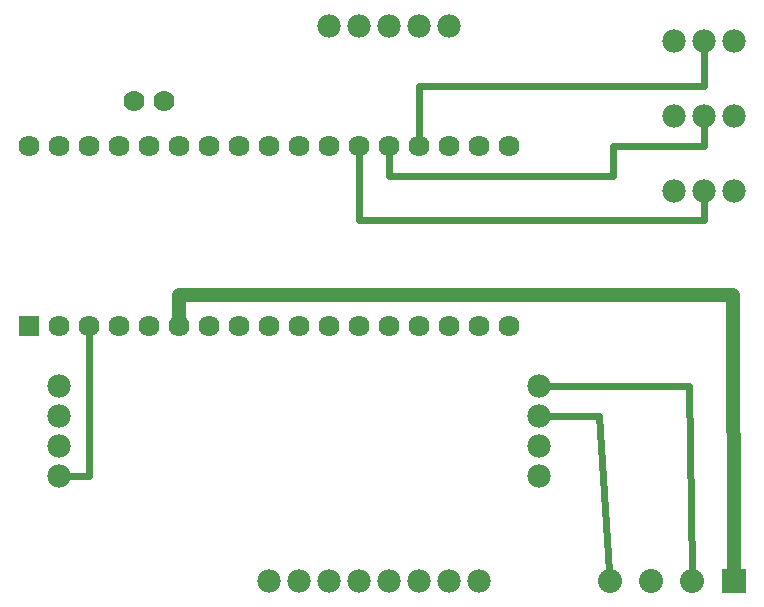
<source format=gtl>
G04 MADE WITH FRITZING*
G04 WWW.FRITZING.ORG*
G04 DOUBLE SIDED*
G04 HOLES PLATED*
G04 CONTOUR ON CENTER OF CONTOUR VECTOR*
%ASAXBY*%
%FSLAX23Y23*%
%MOIN*%
%OFA0B0*%
%SFA1.0B1.0*%
%ADD10C,0.080000*%
%ADD11C,0.070555*%
%ADD12C,0.070583*%
%ADD13C,0.078000*%
%ADD14C,0.070000*%
%ADD15R,0.080000X0.080000*%
%ADD16R,0.070542X0.070570*%
%ADD17C,0.048000*%
%ADD18C,0.024000*%
%LNCOPPER1*%
G90*
G70*
G54D10*
X2886Y164D03*
X2748Y164D03*
X2611Y164D03*
X2473Y164D03*
G54D11*
X536Y1014D03*
X636Y1014D03*
X736Y1014D03*
X836Y1014D03*
X936Y1014D03*
X1036Y1014D03*
X1136Y1014D03*
X1236Y1014D03*
X1336Y1014D03*
G54D12*
X1436Y1014D03*
X1536Y1014D03*
X1636Y1014D03*
G54D11*
X1736Y1014D03*
X1836Y1014D03*
G54D12*
X1936Y1014D03*
X2036Y1014D03*
X2136Y1014D03*
G54D11*
X536Y1614D03*
X636Y1614D03*
X736Y1614D03*
X836Y1614D03*
X936Y1614D03*
X1036Y1614D03*
X1336Y1614D03*
G54D12*
X1436Y1614D03*
G54D11*
X1236Y1614D03*
X1136Y1614D03*
G54D12*
X1536Y1614D03*
X1636Y1614D03*
G54D11*
X1736Y1614D03*
X1836Y1614D03*
G54D12*
X1936Y1614D03*
X2036Y1614D03*
X2136Y1614D03*
G54D13*
X2036Y164D03*
X1936Y164D03*
X1836Y164D03*
X1736Y164D03*
X1636Y164D03*
X1536Y164D03*
X1436Y164D03*
X1336Y164D03*
X1536Y2014D03*
X1636Y2014D03*
X1736Y2014D03*
X1836Y2014D03*
X1936Y2014D03*
G54D14*
X886Y1764D03*
X986Y1764D03*
G54D13*
X636Y814D03*
X636Y714D03*
X636Y614D03*
X636Y514D03*
X2236Y814D03*
X2236Y714D03*
X2236Y614D03*
X2236Y514D03*
X2886Y1964D03*
X2786Y1964D03*
X2686Y1964D03*
X2886Y1714D03*
X2786Y1714D03*
X2686Y1714D03*
X2886Y1464D03*
X2786Y1464D03*
X2686Y1464D03*
G54D15*
X2886Y164D03*
G54D16*
X536Y1014D03*
G54D17*
X2886Y206D02*
X2884Y1115D01*
D02*
X2884Y1115D02*
X1036Y1115D01*
D02*
X1036Y1115D02*
X1036Y1044D01*
G54D18*
D02*
X2786Y1365D02*
X2786Y1434D01*
D02*
X1637Y1365D02*
X2786Y1365D01*
D02*
X1636Y1584D02*
X1637Y1365D01*
D02*
X2786Y1613D02*
X2485Y1613D01*
D02*
X2485Y1613D02*
X2485Y1514D01*
D02*
X2786Y1684D02*
X2786Y1613D01*
D02*
X2485Y1514D02*
X1736Y1514D01*
D02*
X1736Y1514D02*
X1736Y1584D01*
D02*
X2786Y1813D02*
X2786Y1934D01*
D02*
X1837Y1813D02*
X2786Y1813D01*
D02*
X1836Y1644D02*
X1837Y1813D01*
D02*
X666Y514D02*
X736Y514D01*
D02*
X736Y514D02*
X736Y984D01*
D02*
X2736Y814D02*
X2266Y814D01*
D02*
X2748Y195D02*
X2736Y814D01*
D02*
X2436Y714D02*
X2471Y195D01*
D02*
X2266Y714D02*
X2436Y714D01*
G04 End of Copper1*
M02*
</source>
